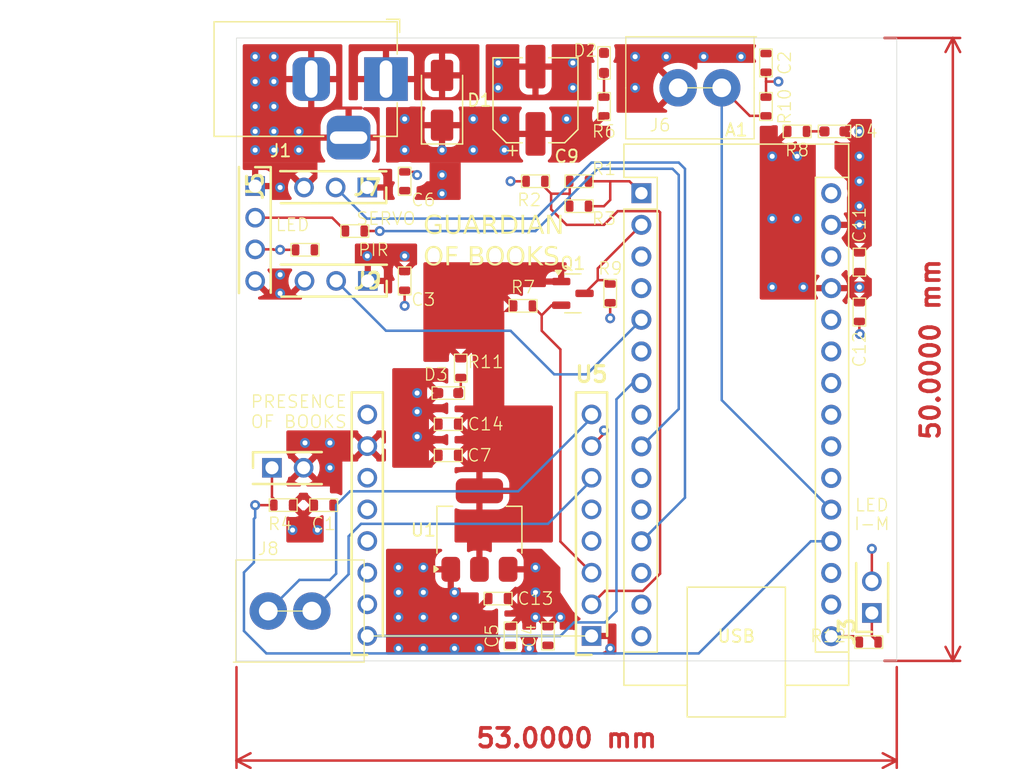
<source format=kicad_pcb>
(kicad_pcb (version 20240108) (generator "pcbnew") (generator_version "8.0")
  (layers (0 "F.Cu" signal) (1 "In1.Cu" power "PWR") (2 "In2.Cu" power "GND") (31 "B.Cu" signal) (34 "B.Paste" user) (35 "F.Paste" user) (36 "B.SilkS" user "B.Silkscreen") (37 "F.SilkS" user "F.Silkscreen") (38 "B.Mask" user) (39 "F.Mask" user) (44 "Edge.Cuts" user))
  (net 0 "")
  (net 1 "5V")
  (net 2 "GND")
  (net 3 "3.3V")
  (net 4 "Net-(D1-A)")
  (net 5 "PWM_5V")
  (net 6 "Net-(J8-Pin_2)")
  (net 7 "Net-(J8-Pin_1)")
  (net 8 "PIR")
  (net 9 "BUSY")
  (net 10 "RX")
  (net 11 "TX")
  (net 14 "RX_5V")
  (net 16 "D_IN_LED")
  (net 18 "Net-(A1-D1{slash}TX)")
  (net 33 "Presence of books")
  (net 34 "Net-(D2-A)")
  (net 35 "Net-(D4-A)")
  (net 36 "Net-(J5-Pad2)")
  (net 45 "Light")
  (net 46 "Net-(A1-D13)")
  (net 47 "Net-(D3-A)")
  (net 48 "Net-(J3-Pad1)")
  (footprint "moja_biblioteka:res_0603" (layer "F.Cu") (at 69.505 116.75 90)
    (property "Reference" "R11" (at 1.25 1.995 0) (layer "F.SilkS") (effects (font (thickness 0.1))))
    (property "Value" "470")
    (pad "1" smd roundrect (at 0 0 90) (size 0.6 0.9) (layers "F.Cu" "F.Paste" "F.Mask") (net 47 "Net-(D3-A)"))
    (pad "2" smd roundrect (at 1.5 0 90) (size 0.6 0.9) (layers "F.Cu" "F.Paste" "F.Mask") (net 3 "3.3V"))
  )
  (footprint "moja_biblioteka:cap_0603" (layer "F.Cu") (at 64.935 101.74 90)
    (property "Reference" "C6" (at -0.76 1.565 0) (layer "F.SilkS") (effects (font (thickness 0.1))))
    (property "Value" "100u")
    (pad "1" smd roundrect (at -0.01 0.07 90) (size 0.6 0.9) (layers "F.Cu" "F.Paste" "F.Mask") (net 1 "5V"))
    (pad "2" smd roundrect (at 1.49 0.07 90) (size 0.6 0.9) (layers "F.Cu" "F.Paste" "F.Mask") (net 2 "GND"))
  )
  (footprint "Package_TO_SOT_SMD:SOT-223-3_TabPin2" (layer "F.Cu") (at 71 129 90)
    (property "Reference" "U1" (at 0 -4.5 180) (layer "F.SilkS"))
    (property "Value" "TLV76133DCY")
    (pad "1" smd roundrect (at -3.15 -2.3 90) (size 2 1.5) (layers "F.Cu" "F.Paste" "F.Mask") (net 2 "GND"))
    (pad "2" smd roundrect (at -3.15 0 90) (size 2 1.5) (layers "F.Cu" "F.Paste" "F.Mask") (net 3 "3.3V"))
    (pad "2" smd roundrect (at 3.15 0 90) (size 2 3.8) (layers "F.Cu" "F.Paste" "F.Mask") (net 3 "3.3V"))
    (pad "3" smd roundrect (at -3.15 2.3 90) (size 2 1.5) (layers "F.Cu" "F.Paste" "F.Mask") (net 1 "5V"))
  )
  (footprint "moja_biblioteka:res_0603" (layer "F.Cu") (at 101.5 138)
    (property "Reference" "R12" (at -2.5 -0.5 0) (layer "F.SilkS") (effects (font (thickness 0.1))))
    (property "Value" "330")
    (pad "1" smd roundrect (at 0 0) (size 0.6 0.9) (layers "F.Cu" "F.Paste" "F.Mask") (net 46 "Net-(A1-D13)"))
    (pad "2" smd roundrect (at 1.5 0) (size 0.6 0.9) (layers "F.Cu" "F.Paste" "F.Mask") (net 48 "Net-(J3-Pad1)"))
  )
  (footprint "moja_biblioteka:pin_con_4_female" (layer "F.Cu") (at 53 101.3875 -90)
    (property "Reference" "J5" (at 0 0 90) (layer "F.SilkS") (effects (font (size 1.27 1.27) (thickness 0.254))))
    (property "Value" "LED" (hide yes))
    (pad "1" thru_hole rect (at 0 0 270) (size 1.575 1.575) (drill 1.05) (layers "*.Cu" "*.Mask") (net 2 "GND"))
    (pad "2" thru_hole circle (at 2.54 0 270) (size 1.575 1.575) (drill 1.05) (layers "*.Cu" "*.Mask") (net 36 "Net-(J5-Pad2)"))
    (pad "3" thru_hole circle (at 5.08 0 270) (size 1.575 1.575) (drill 1.05) (layers "*.Cu" "*.Mask") (net 1 "5V"))
    (pad "4" thru_hole circle (at 7.62 0 270) (size 1.575 1.575) (drill 1.05) (layers "*.Cu" "*.Mask") (net 2 "GND"))
  )
  (footprint "moja_biblioteka:LED_SMD" (layer "F.Cu") (at 81 90.7 -90)
    (property "Reference" "D2" (at -0.2 1.5 0) (layer "F.SilkS") (effects (font (thickness 0.1))))
    (property "Value" "5V")
    (pad "1" smd roundrect (at 0 0 270) (size 0.8 0.8) (layers "F.Cu" "F.Paste" "F.Mask") (net 2 "GND"))
    (pad "2" smd roundrect (at 1.6 0 270) (size 0.8 0.8) (layers "F.Cu" "F.Paste" "F.Mask") (net 34 "Net-(D2-A)"))
  )
  (footprint "moja_biblioteka:LED_SMD" (layer "F.Cu") (at 100.3 97 180)
    (property "Reference" "D4" (at -1.7 0 0) (layer "F.SilkS") (effects (font (thickness 0.1))))
    (property "Value" "5V_ARDUINO")
    (pad "1" smd roundrect (at 0 0 180) (size 0.8 0.8) (layers "F.Cu" "F.Paste" "F.Mask") (net 2 "GND"))
    (pad "2" smd roundrect (at 1.6 0 180) (size 0.8 0.8) (layers "F.Cu" "F.Paste" "F.Mask") (net 35 "Net-(D4-A)"))
  )
  (footprint "moja_biblioteka:res_0603" (layer "F.Cu") (at 78.25 101.005)
    (property "Reference" "R1" (at 2.75 -1.005 0) (layer "F.SilkS") (effects (font (thickness 0.1))))
    (property "Value" "1k")
    (pad "1" smd roundrect (at 0 0) (size 0.6 0.9) (layers "F.Cu" "F.Paste" "F.Mask") (net 11 "TX"))
    (pad "2" smd roundrect (at 1.5 0) (size 0.6 0.9) (layers "F.Cu" "F.Paste" "F.Mask") (net 18 "Net-(A1-D1{slash}TX)"))
  )
  (footprint "moja_biblioteka:cap_0603" (layer "F.Cu") (at 73.24 134.565 180)
    (property "Reference" "C13" (at -2.26 0.065 0) (layer "F.SilkS") (effects (font (thickness 0.1))))
    (property "Value" "2.2u")
    (pad "1" smd roundrect (at -0.01 0.07 180) (size 0.6 0.9) (layers "F.Cu" "F.Paste" "F.Mask") (net 1 "5V"))
    (pad "2" smd roundrect (at 1.49 0.07 180) (size 0.6 0.9) (layers "F.Cu" "F.Paste" "F.Mask") (net 2 "GND"))
  )
  (footprint "moja_biblioteka:DFPlayer mini MP3 PLAYER" (layer "F.Cu") (at 80 137.5 90)
    (property "Reference" "U5" (at 21 0 180) (layer "F.SilkS") (effects (font (size 1.27 1.27) (thickness 0.254))))
    (property "Value" "DFPlayer mini MP3 PLAYER" (hide yes))
    (pad "1" thru_hole rect (at 0 0 90) (size 1.575 1.575) (drill 1.05) (layers "*.Cu" "*.Mask") (net 1 "5V"))
    (pad "2" thru_hole circle (at 2.54 0 90) (size 1.575 1.575) (drill 1.05) (layers "*.Cu" "*.Mask") (net 11 "TX"))
    (pad "3" thru_hole circle (at 5.08 0 90) (size 1.575 1.575) (drill 1.05) (layers "*.Cu" "*.Mask") (net 10 "RX"))
    (pad "4" thru_hole circle (at 7.62 0 90) (size 1.575 1.575) (drill 1.05) (layers "*.Cu" "*.Mask"))
    (pad "5" thru_hole circle (at 10.16 0 90) (size 1.575 1.575) (drill 1.05) (layers "*.Cu" "*.Mask"))
    (pad "6" thru_hole circle (at 12.7 0 90) (size 1.575 1.575) (drill 1.05) (layers "*.Cu" "*.Mask") (net 6 "Net-(J8-Pin_2)"))
    (pad "7" thru_hole circle (at 15.24 0 90) (size 1.575 1.575) (drill 1.05) (layers "*.Cu" "*.Mask") (net 2 "GND"))
    (pad "8" thru_hole circle (at 17.78 0 90) (size 1.575 1.575) (drill 1.05) (layers "*.Cu" "*.Mask") (net 7 "Net-(J8-Pin_1)"))
    (pad "9" thru_hole circle (at 17.78 -18 90) (size 1.575 1.575) (drill 1.05) (layers "*.Cu" "*.Mask"))
    (pad "10" thru_hole circle (at 15.24 -18 90) (size 1.575 1.575) (drill 1.05) (layers "*.Cu" "*.Mask") (net 2 "GND"))
    (pad "11" thru_hole circle (at 12.7 -18 90) (size 1.575 1.575) (drill 1.05) (layers "*.Cu" "*.Mask"))
    (pad "12" thru_hole circle (at 10.16 -18 90) (size 1.575 1.575) (drill 1.05) (layers "*.Cu" "*.Mask"))
    (pad "13" thru_hole circle (at 7.62 -18 90) (size 1.575 1.575) (drill 1.05) (layers "*.Cu" "*.Mask"))
    (pad "14" thru_hole circle (at 5.08 -18 90) (size 1.575 1.575) (drill 1.05) (layers "*.Cu" "*.Mask"))
    (pad "15" thru_hole circle (at 2.54 -18 90) (size 1.575 1.575) (drill 1.05) (layers "*.Cu" "*.Mask"))
    (pad "16" thru_hole circle (at 0 -18 90) (size 1.575 1.575) (drill 1.05) (layers "*.Cu" "*.Mask") (net 9 "BUSY"))
  )
  (footprint "moja_biblioteka:cap_0603" (layer "F.Cu") (at 76.565 136.76 -90)
    (property "Reference" "C4" (at 0.74 1.565 90) (layer "F.SilkS") (effects (font (thickness 0.1))))
    (property "Value" "100u")
    (pad "1" smd roundrect (at -0.01 0.07 270) (size 0.6 0.9) (layers "F.Cu" "F.Paste" "F.Mask") (net 1 "5V"))
    (pad "2" smd roundrect (at 1.49 0.07 270) (size 0.6 0.9) (layers "F.Cu" "F.Paste" "F.Mask") (net 2 "GND"))
  )
  (footprint "moja_biblioteka:Arduino_Nano" (layer "F.Cu") (at 84 101.96)
    (property "Reference" "A1" (at 7.62 -5.08 0) (layer "F.SilkS"))
    (property "Value" "Arduino_Nano_v3.x")
    (fp_text user "USB" (at 7.62 35.56 0) (layer "F.SilkS"))
    (pad "1" thru_hole rect (at 0 0) (size 1.6 1.6) (drill 1) (layers "*.Cu" "*.Mask") (net 18 "Net-(A1-D1{slash}TX)"))
    (pad "2" thru_hole oval (at 0 2.54) (size 1.6 1.6) (drill 1) (layers "*.Cu" "*.Mask") (net 14 "RX_5V"))
    (pad "3" thru_hole oval (at 0 5.08) (size 1.6 1.6) (drill 1) (layers "*.Cu" "*.Mask"))
    (pad "4" thru_hole oval (at 0 7.62) (size 1.6 1.6) (drill 1) (layers "*.Cu" "*.Mask") (net 2 "GND"))
    (pad "5" thru_hole oval (at 0 10.16) (size 1.6 1.6) (drill 1) (layers "*.Cu" "*.Mask") (net 8 "PIR"))
    (pad "6" thru_hole oval (at 0 12.7) (size 1.6 1.6) (drill 1) (layers "*.Cu" "*.Mask"))
    (pad "7" thru_hole oval (at 0 15.24) (size 1.6 1.6) (drill 1) (layers "*.Cu" "*.Mask") (net 9 "BUSY"))
    (pad "8" thru_hole oval (at 0 17.78) (size 1.6 1.6) (drill 1) (layers "*.Cu" "*.Mask"))
    (pad "9" thru_hole oval (at 0 20.32) (size 1.6 1.6) (drill 1) (layers "*.Cu" "*.Mask") (net 16 "D_IN_LED"))
    (pad "10" thru_hole oval (at 0 22.86) (size 1.6 1.6) (drill 1) (layers "*.Cu" "*.Mask"))
    (pad "11" thru_hole oval (at 0 25.4) (size 1.6 1.6) (drill 1) (layers "*.Cu" "*.Mask"))
    (pad "12" thru_hole oval (at 0 27.94) (size 1.6 1.6) (drill 1) (layers "*.Cu" "*.Mask") (net 5 "PWM_5V"))
    (pad "13" thru_hole oval (at 0 30.48) (size 1.6 1.6) (drill 1) (layers "*.Cu" "*.Mask"))
    (pad "14" thru_hole oval (at 0 33.02) (size 1.6 1.6) (drill 1) (layers "*.Cu" "*.Mask"))
    (pad "15" thru_hole oval (at 0 35.56) (size 1.6 1.6) (drill 1) (layers "*.Cu" "*.Mask"))
    (pad "16" thru_hole oval (at 15.24 35.56) (size 1.6 1.6) (drill 1) (layers "*.Cu" "*.Mask") (net 46 "Net-(A1-D13)"))
    (pad "17" thru_hole oval (at 15.24 33.02) (size 1.6 1.6) (drill 1) (layers "*.Cu" "*.Mask"))
    (pad "18" thru_hole oval (at 15.24 30.48) (size 1.6 1.6) (drill 1) (layers "*.Cu" "*.Mask"))
    (pad "19" thru_hole oval (at 15.24 27.94) (size 1.6 1.6) (drill 1) (layers "*.Cu" "*.Mask") (net 33 "Presence of books"))
    (pad "20" thru_hole oval (at 15.24 25.4) (size 1.6 1.6) (drill 1) (layers "*.Cu" "*.Mask") (net 45 "Light"))
    (pad "21" thru_hole oval (at 15.24 22.86) (size 1.6 1.6) (drill 1) (layers "*.Cu" "*.Mask"))
    (pad "22" thru_hole oval (at 15.24 20.32) (size 1.6 1.6) (drill 1) (layers "*.Cu" "*.Mask"))
    (pad "23" thru_hole oval (at 15.24 17.78) (size 1.6 1.6) (drill 1) (layers "*.Cu" "*.Mask"))
    (pad "24" thru_hole oval (at 15.24 15.24) (size 1.6 1.6) (drill 1) (layers "*.Cu" "*.Mask"))
    (pad "25" thru_hole oval (at 15.24 12.7) (size 1.6 1.6) (drill 1) (layers "*.Cu" "*.Mask"))
    (pad "26" thru_hole oval (at 15.24 10.16) (size 1.6 1.6) (drill 1) (layers "*.Cu" "*.Mask"))
    (pad "27" thru_hole oval (at 15.24 7.62) (size 1.6 1.6) (drill 1) (layers "*.Cu" "*.Mask") (net 1 "5V"))
    (pad "28" thru_hole oval (at 15.24 5.08) (size 1.6 1.6) (drill 1) (layers "*.Cu" "*.Mask"))
    (pad "29" thru_hole oval (at 15.24 2.54) (size 1.6 1.6) (drill 1) (layers "*.Cu" "*.Mask") (net 2 "GND"))
    (pad "30" thru_hole oval (at 15.24 0) (size 1.6 1.6) (drill 1) (layers "*.Cu" "*.Mask"))
  )
  (footprint "moja_biblioteka:res_0603" (layer "F.Cu") (at 54.5 127)
    (property "Reference" "R4" (at 0.5 1.5 0) (layer "F.SilkS") (effects (font (thickness 0.1))))
    (property "Value" "10k")
    (pad "1" smd roundrect (at 0 0) (size 0.6 0.9) (layers "F.Cu" "F.Paste" "F.Mask") (net 33 "Presence of books"))
    (pad "2" smd roundrect (at 1.5 0) (size 0.6 0.9) (layers "F.Cu" "F.Paste" "F.Mask") (net 1 "5V"))
  )
  (footprint "Package_TO_SOT_SMD:SOT-23" (layer "F.Cu") (at 78.5 110)
    (property "Reference" "Q1" (at 0 -2.4 0) (layer "F.SilkS"))
    (property "Value" "BSS138")
    (pad "1" smd roundrect (at -0.9375 -0.95) (size 1.475 0.6) (layers "F.Cu" "F.Paste" "F.Mask") (net 3 "3.3V"))
    (pad "2" smd roundrect (at -0.9375 0.95) (size 1.475 0.6) (layers "F.Cu" "F.Paste" "F.Mask") (net 10 "RX"))
    (pad "3" smd roundrect (at 0.9375 0) (size 1.475 0.6) (layers "F.Cu" "F.Paste" "F.Mask") (net 14 "RX_5V"))
  )
  (footprint "moja_biblioteka:cap_0603" (layer "F.Cu") (at 101.435 108.24 90)
    (property "Reference" "C11" (at 3.74 0.065 90) (layer "F.SilkS") (effects (font (thickness 0.1))))
    (property "Value" "10u")
    (pad "1" smd roundrect (at -0.01 0.07 90) (size 0.6 0.9) (layers "F.Cu" "F.Paste" "F.Mask") (net 1 "5V"))
    (pad "2" smd roundrect (at 1.49 0.07 90) (size 0.6 0.9) (layers "F.Cu" "F.Paste" "F.Mask") (net 2 "GND"))
  )
  (footprint "moja_biblioteka:res_0603" (layer "F.Cu") (at 80.995 94.25 -90)
    (property "Reference" "R6" (at 2.75 -0.005 0) (layer "F.SilkS") (effects (font (thickness 0.1))))
    (property "Value" "330")
    (pad "1" smd roundrect (at 0 0 270) (size 0.6 0.9) (layers "F.Cu" "F.Paste" "F.Mask") (net 34 "Net-(D2-A)"))
    (pad "2" smd roundrect (at 1.5 0 270) (size 0.6 0.9) (layers "F.Cu" "F.Paste" "F.Mask") (net 1 "5V"))
  )
  (footprint "moja_biblioteka:pin_con_2_female" (layer "F.Cu") (at 102.5 135.6525 90)
    (property "Reference" "J3" (at -1.5 -2 90) (layer "F.SilkS") (effects (font (size 1.27 1.27) (thickness 0.254))))
    (property "Value" "LED_FIGURE" (hide yes))
    (pad "1" thru_hole rect (at 0 0 90) (size 1.575 1.575) (drill 1.05) (layers "*.Cu" "*.Mask") (net 48 "Net-(J3-Pad1)"))
    (pad "2" thru_hole circle (at 2.54 0 90) (size 1.575 1.575) (drill 1.05) (layers "*.Cu" "*.Mask") (net 2 "GND"))
  )
  (footprint "moja_biblioteka:cap_0603" (layer "F.Cu") (at 65.065 108.26 -90)
    (property "Reference" "C3" (at 2.24 -1.435 0) (layer "F.SilkS") (effects (font (thickness 0.1))))
    (property "Value" "100u")
    (pad "1" smd roundrect (at -0.01 0.07 270) (size 0.6 0.9) (layers "F.Cu" "F.Paste" "F.Mask") (net 1 "5V"))
    (pad "2" smd roundrect (at 1.49 0.07 270) (size 0.6 0.9) (layers "F.Cu" "F.Paste" "F.Mask") (net 2 "GND"))
  )
  (footprint "moja_biblioteka:pin_con_e_female" (layer "F.Cu") (at 62.04 109 180)
    (property "Reference" "J9" (at 0 0 0) (layer "F.SilkS") (effects (font (size 1.27 1.27) (thickness 0.254))))
    (property "Value" "PIR" (hide yes))
    (pad "1" thru_hole rect (at 0 0 180) (size 1.575 1.575) (drill 1.05) (layers "*.Cu" "*.Mask") (net 1 "5V"))
    (pad "2" thru_hole circle (at 2.54 0 180) (size 1.575 1.575) (drill 1.05) (layers "*.Cu" "*.Mask") (net 8 "PIR"))
    (pad "3" thru_hole circle (at 5.08 0 180) (size 1.575 1.575) (drill 1.05) (layers "*.Cu" "*.Mask") (net 2 "GND"))
  )
  (footprint "moja_biblioteka:cap_0603" (layer "F.Cu") (at 57.76 126.935)
    (property "Reference" "C1" (at 0.74 1.565 0) (layer "F.SilkS") (effects (font (thickness 0.1))))
    (property "Value" "100u")
    (pad "1" smd roundrect (at -0.01 0.07) (size 0.6 0.9) (layers "F.Cu" "F.Paste" "F.Mask") (net 1 "5V"))
    (pad "2" smd roundrect (at 1.49 0.07) (size 0.6 0.9) (layers "F.Cu" "F.Paste" "F.Mask") (net 2 "GND"))
  )
  (footprint "moja_biblioteka:screw_conector" (layer "F.Cu") (at 54.05 135.5)
    (property "Reference" "J8" (at 0 -5 0) (layer "F.SilkS") (effects (font (thickness 0.1))))
    (property "Value" "Speaker")
    (pad "1" thru_hole circle (at 0 0) (size 3 3) (drill 1.5) (layers "*.Cu" "*.Mask") (net 7 "Net-(J8-Pin_1)"))
    (pad "2" thru_hole circle (at 3.5 0) (size 3 3) (drill 1.5) (layers "*.Cu" "*.Mask") (net 6 "Net-(J8-Pin_2)"))
  )
  (footprint "moja_biblioteka:res_0603" (layer "F.Cu") (at 61.75 104.995 180)
    (property "Reference" "R5" (hide yes))
    (property "Value" "330")
    (pad "1" smd roundrect (at 0 0 180) (size 0.6 0.9) (layers "F.Cu" "F.Paste" "F.Mask") (net 16 "D_IN_LED"))
    (pad "2" smd roundrect (at 1.5 0 180) (size 0.6 0.9) (layers "F.Cu" "F.Paste" "F.Mask") (net 36 "Net-(J5-Pad2)"))
  )
  (footprint "Diode_SMD:D_SMA" (layer "F.Cu") (at 68 94.5 90)
    (property "Reference" "D1" (at 0 3 180) (layer "F.SilkS"))
    (property "Value" "SS34")
    (pad "1" smd roundrect (at -2 0 90) (size 2.5 1.8) (layers "F.Cu" "F.Paste" "F.Mask") (roundrect_rratio 0.1388888889) (net 1 "5V"))
    (pad "2" smd roundrect (at 2 0 90) (size 2.5 1.8) (layers "F.Cu" "F.Paste" "F.Mask") (roundrect_rratio 0.1388888889) (net 4 "Net-(D1-A)"))
  )
  (footprint "moja_biblioteka:cap_0603" (layer "F.Cu") (at 69.24 123.065 180)
    (property "Reference" "C7" (at -1.76 0.065 0) (layer "F.SilkS") (effects (font (thickness 0.1))))
    (property "Value" "100u")
    (pad "1" smd roundrect (at -0.01 0.07 180) (size 0.6 0.9) (layers "F.Cu" "F.Paste" "F.Mask") (net 3 "3.3V"))
    (pad "2" smd roundrect (at 1.49 0.07 180) (size 0.6 0.9) (layers "F.Cu" "F.Paste" "F.Mask") (net 2 "GND"))
  )
  (footprint "moja_biblioteka:cap_0603" (layer "F.Cu") (at 69.24 120.565 180)
    (property "Reference" "C14" (at -2.26 0.065 0) (layer "F.SilkS") (effects (font (thickness 0.1))))
    (property "Value" "10u")
    (pad "1" smd roundrect (at -0.01 0.07 180) (size 0.6 0.9) (layers "F.Cu" "F.Paste" "F.Mask") (net 3 "3.3V"))
    (pad "2" smd roundrect (at 1.49 0.07 180) (size 0.6 0.9) (layers "F.Cu" "F.Paste" "F.Mask") (net 2 "GND"))
  )
  (footprint "moja_biblioteka:pin_con_e_female" (layer "F.Cu") (at 62 101.5 180)
    (property "Reference" "J7" (at 0 0 0) (layer "F.SilkS") (effects (font (size 1.27 1.27) (thickness 0.254))))
    (property "Value" "SERVO" (hide yes))
    (pad "1" thru_hole rect (at 0 0 180) (size 1.575 1.575) (drill 1.05) (layers "*.Cu" "*.Mask") (net 1 "5V"))
    (pad "2" thru_hole circle (at 2.54 0 180) (size 1.575 1.575) (drill 1.05) (layers "*.Cu" "*.Mask") (net 5 "PWM_5V"))
    (pad "3" thru_hole circle (at 5.08 0 180) (size 1.575 1.575) (drill 1.05) (layers "*.Cu" "*.Mask") (net 2 "GND"))
  )
  (footprint "moja_biblioteka:cap_0603" (layer "F.Cu") (at 93.935 92.24 90)
    (property "Reference" "C2" (at 0.74 1.565 90) (layer "F.SilkS") (effects (font (thickness 0.1))))
    (property "Value" "100u")
    (pad "1" smd roundrect (at -0.01 0.07 90) (size 0.6 0.9) (layers "F.Cu" "F.Paste" "F.Mask") (net 1 "5V"))
    (pad "2" smd roundrect (at 1.49 0.07 90) (size 0.6 0.9) (layers "F.Cu" "F.Paste" "F.Mask") (net 2 "GND"))
  )
  (footprint "moja_biblioteka:LED_SMD" (layer "F.Cu") (at 67.7 118)
    (property "Reference" "D3" (at -0.2 -1.5 0) (layer "F.SilkS") (effects (font (thickness 0.1))))
    (property "Value" "3.3V")
    (pad "1" smd roundrect (at 0 0) (size 0.8 0.8) (layers "F.Cu" "F.Paste" "F.Mask") (net 2 "GND"))
    (pad "2" smd roundrect (at 1.6 0) (size 0.8 0.8) (layers "F.Cu" "F.Paste" "F.Mask") (net 47 "Net-(D3-A)"))
  )
  (footprint "moja_biblioteka:cap_0603" (layer "F.Cu") (at 101.565 110.76 -90)
    (property "Reference" "C12" (at 3.74 0.065 90) (layer "F.SilkS") (effects (font (thickness 0.1))))
    (property "Value" "100n")
    (pad "1" smd roundrect (at -0.01 0.07 270) (size 0.6 0.9) (layers "F.Cu" "F.Paste" "F.Mask") (net 1 "5V"))
    (pad "2" smd roundrect (at 1.49 0.07 270) (size 0.6 0.9) (layers "F.Cu" "F.Paste" "F.Mask") (net 2 "GND"))
  )
  (footprint "moja_biblioteka:res_0603" (layer "F.Cu") (at 97.25 96.995 180)
    (property "Reference" "R8" (at 0.75 -1.505 0) (layer "F.SilkS") (effects (font (thickness 0.1))))
    (property "Value" "330")
    (pad "1" smd roundrect (at 0 0 180) (size 0.6 0.9) (layers "F.Cu" "F.Paste" "F.Mask") (net 35 "Net-(D4-A)"))
    (pad "2" smd roundrect (at 1.5 0 180) (size 0.6 0.9) (layers "F.Cu" "F.Paste" "F.Mask") (net 1 "5V"))
  )
  (footprint "moja_biblioteka:res_0603" (layer "F.Cu") (at 81.495 109.25 -90)
    (property "Reference" "R9" (at -1.25 -0.005 0) (layer "F.SilkS") (effects (font (thickness 0.1))))
    (property "Value" "10k")
    (pad "1" smd roundrect (at 0 0 270) (size 0.6 0.9) (layers "F.Cu" "F.Paste" "F.Mask") (net 14 "RX_5V"))
    (pad "2" smd roundrect (at 1.5 0 270) (size 0.6 0.9) (layers "F.Cu" "F.Paste" "F.Mask") (net 1 "5V"))
  )
  (footprint "MountingHole:MountingHole_3.2mm_M3" (layer "F.Cu") (at 99 93)
    (property "Reference" "REF**" (hide yes))
    (property "Value" "MountingHole_3.2mm_M3")
    (pad "" np_thru_hole circle (at 0 0) (size 3.2 3.2) (drill 3.2) (layers "*.Cu" "*.Mask"))
  )
  (footprint "MountingHole:MountingHole_3.2mm_M3" (layer "F.Cu") (at 56 115.5)
    (property "Reference" "REF**" (hide yes))
    (property "Value" "MountingHole_3.2mm_M3")
    (pad "" np_thru_hole circle (at 0 0) (size 3.2 3.2) (drill 3.2) (layers "*.Cu" "*.Mask"))
  )
  (footprint "moja_biblioteka:cap_0603" (layer "F.Cu") (at 56.26 106.435)
    (property "Reference" "C10" (hide yes))
    (property "Value" "100u")
    (pad "1" smd roundrect (at -0.01 0.07) (size 0.6 0.9) (layers "F.Cu" "F.Paste" "F.Mask") (net 1 "5V"))
    (pad "2" smd roundrect (at 1.49 0.07) (size 0.6 0.9) (layers "F.Cu" "F.Paste" "F.Mask") (net 2 "GND"))
  )
  (footprint "moja_biblioteka:res_0603" (layer "F.Cu") (at 94.005 95.75 90)
    (property "Reference" "R10" (at 0.75 1.495 90) (layer "F.SilkS") (effects (font (thickness 0.1))))
    (property "Value" "10k")
    (pad "1" smd roundrect (at 0 0 90) (size 0.6 0.9) (layers "F.Cu" "F.Paste" "F.Mask") (net 45 "Light"))
    (pad "2" smd roundrect (at 1.5 0 90) (size 0.6 0.9) (layers "F.Cu" "F.Paste" "F.Mask") (net 1 "5V"))
  )
  (footprint "moja_biblioteka:res_0603" (layer "F.Cu") (at 74.75 101.005)
    (property "Reference" "R2" (at 0.25 1.495 0) (layer "F.SilkS") (effects (font (thickness 0.1))))
    (property "Value" "1k")
    (pad "1" smd roundrect (at 0 0) (size 0.6 0.9) (layers "F.Cu" "F.Paste" "F.Mask") (net 2 "GND"))
    (pad "2" smd roundrect (at 1.5 0) (size 0.6 0.9) (layers "F.Cu" "F.Paste" "F.Mask") (net 11 "TX"))
  )
  (footprint "moja_biblioteka:cap_0603" (layer "F.Cu") (at 73.565 136.76 -90)
    (property "Reference" "C5" (at 0.74 1.565 90) (layer "F.SilkS") (effects (font (thickness 0.1))))
    (property "Value" "10u")
    (pad "1" smd roundrect (at -0.01 0.07 270) (size 0.6 0.9) (layers "F.Cu" "F.Paste" "F.Mask") (net 1 "5V"))
    (pad "2" smd roundrect (at 1.49 0.07 270) (size 0.6 0.9) (layers "F.Cu" "F.Paste" "F.Mask") (net 2 "GND"))
  )
  (footprint "Connector_BarrelJack:BarrelJack_Horizontal" (layer "F.Cu") (at 63.5 92.8)
    (property "Reference" "J1" (at -8.45 5.75 0) (layer "F.SilkS"))
    (property "Value" "15V")
    (pad "1" thru_hole rect (at 0 0) (size 3.5 3.5) (drill oval 1 3) (layers "*.Cu" "*.Mask") (net 4 "Net-(D1-A)"))
    (pad "2" thru_hole roundrect (at -6 0) (size 3 3.5) (drill oval 1 3) (layers "*.Cu" "*.Mask") (net 2 "GND"))
    (pad "3" thru_hole roundrect (at -3 4.7) (size 3.5 3.5) (drill oval 3 1) (layers "*.Cu" "*.Mask") (net 2 "GND"))
  )
  (footprint "moja_biblioteka:res_0603" (layer "F.Cu") (at 73.75 111.005)
    (property "Reference" "R7" (at 0.75 -1.505 0) (layer "F.SilkS") (effects (font (thickness 0.1))))
    (property "Value" "10k")
    (pad "1" smd roundrect (at 0 0) (size 0.6 0.9) (layers "F.Cu" "F.Paste" "F.Mask") (net 3 "3.3V"))
    (pad "2" smd roundrect (at 1.5 0) (size 0.6 0.9) (layers "F.Cu" "F.Paste" "F.Mask") (net 10 "RX"))
  )
  (footprint "moja_biblioteka:res_0603" (layer "F.Cu") (at 78.25 103.005)
    (property "Reference" "R3" (at 2.75 0.995 0) (layer "F.SilkS") (effects (font (thickness 0.1))))
    (property "Value" "1k")
    (pad "1" smd roundrect (at 0 0) (size 0.6 0.9) (layers "F.Cu" "F.Paste" "F.Mask") (net 11 "TX"))
    (pad "2" smd roundrect (at 1.5 0) (size 0.6 0.9) (layers "F.Cu" "F.Paste" "F.Mask") (net 18 "Net-(A1-D1{slash}TX)"))
  )
  (footprint "moja_biblioteka:pin_con_2_female" (layer "F.Cu") (at 54.3475 124)
    (property "Reference" "J2" (hide yes))
    (property "Value" "Presence of books" (hide yes))
    (pad "1" thru_hole rect (at 0 0) (size 1.575 1.575) (drill 1.05) (layers "*.Cu" "*.Mask") (net 33 "Presence of books"))
    (pad "2" thru_hole circle (at 2.54 0) (size 1.575 1.575) (drill 1.05) (layers "*.Cu" "*.Mask") (net 2 "GND"))
  )
  (footprint "Capacitor_SMD:CP_Elec_6.3x7.7" (layer "F.Cu") (at 75.5 94.5 90)
    (property "Reference" "C9" (at -4.5 2.5 0) (layer "F.SilkS"))
    (property "Value" "100uF")
    (pad "1" smd roundrect (at -2.7 0 90) (size 3.5 1.6) (layers "F.Cu" "F.Paste" "F.Mask") (roundrect_rratio 0.15625) (net 1 "5V"))
    (pad "2" smd roundrect (at 2.7 0 90) (size 3.5 1.6) (layers "F.Cu" "F.Paste" "F.Mask") (roundrect_rratio 0.15625) (net 2 "GND"))
  )
  (footprint "moja_biblioteka:screw_conector" (layer "F.Cu") (at 90.45 93.5 180)
    (property "Reference" "J6" (at 4.95 -3 0) (layer "F.SilkS") (effects (font (thickness 0.1))))
    (property "Value" "Photoresistor")
    (pad "1" thru_hole circle (at 0 0 180) (size 3 3) (drill 1.5) (layers "*.Cu" "*.Mask") (net 45 "Light"))
    (pad "2" thru_hole circle (at 3.5 0 180) (size 3 3) (drill 1.5) (layers "*.Cu" "*.Mask") (net 2 "GND"))
  )
  (gr_rect (start 51.5 89.5) (end 104.5 139.5) (stroke (width 0.05)) (fill none) (layer "Edge.Cuts"))
  (gr_text "SERVO" (at 63.5 104 0) (layer "F.SilkS") (effects (font (size 1 1) (thickness 0.1))))
  (gr_text "I-M" (at 102.5 128.5 0) (layer "F.SilkS") (effects (font (size 1 1) (thickness 0.1))))
  (gr_text "PIR" (at 62.5 106.5 0) (layer "F.SilkS") (effects (font (size 1 1) (thickness 0.1))))
  (gr_text "LED" (at 102.5 127 0) (layer "F.SilkS") (effects (font (size 1 1) (thickness 0.1))))
  (gr_text "LED" (at 56 104.5 0) (layer "F.SilkS") (effects (font (size 1 1) (thickness 0.1))))
  (gr_text "PRESENCE\nOF BOOKS" (at 56.5 119.5 0) (layer "F.SilkS") (effects (font (size 1 1) (thickness 0.1))))
  (gr_text "GUARDIAN\nOF BOOKS" (at 66.5 108 0) (layer "F.SilkS") (effects (font (size 1.5 1.5)) (justify left bottom)))
  (dimension (type aligned) (layer "F.Cu") (pts (xy 103 89.5) (xy 103 139.5)) (height -6) (gr_text "50.0000 mm" (at 107.2 114.5 90) (layer "F.Cu") (effects (font (size 1.5 1.5) (thickness 0.3)))) (format (prefix "") (suffix "") (units 3) (units_format 1) (precision 4)) (style (thickness 0.2) (arrow_length 1.27) (text_position_mode 0) (extension_height 0.58642) (extension_offset 0.5) keep_text_aligned))
  (dimension (type aligned) (layer "F.Cu") (pts (xy 104.5 139.5) (xy 51.5 139.5)) (height -8) (gr_text "53.0000 mm" (at 78 145.7 0) (layer "F.Cu") (effects (font (size 1.5 1.5) (thickness 0.3)))) (format (prefix "") (suffix "") (units 3) (units_format 1) (precision 4)) (style (thickness 0.2) (arrow_length 1.27) (text_position_mode 0) (extension_height 0.58642) (extension_offset 0.5) keep_text_aligned))
  (segment (start 55.005 106.505) (end 55 106.5) (width 0.2) (layer "F.Cu") (net 1))
  (segment (start 94.005 93) (end 94.005 94.25) (width 0.2) (layer "F.Cu") (net 1))
  (segment (start 81.495 112) (end 81.495 110.75) (width 0.2) (layer "F.Cu") (net 1))
  (segment (start 54.4675 106.4675) (end 53 106.4675) (width 0.2) (layer "F.Cu") (net 1))
  (segment (start 95 93) (end 94.005 93) (width 0.2) (layer "F.Cu") (net 1))
  (segment (start 56.25 106.505) (end 55.005 106.505) (width 0.2) (layer "F.Cu") (net 1))
  (segment (start 56.01 127.01) (end 56 127) (width 0.2) (layer "F.Cu") (net 1))
  (segment (start 54.5 106.5) (end 54.4675 106.4675) (width 0.2) (layer "F.Cu") (net 1))
  (segment (start 55 106.5) (end 54.5 106.5) (width 0.2) (layer "F.Cu") (net 1))
  (segment (start 94.005 93) (end 94.005 92.25) (width 0.2) (layer "F.Cu") (net 1))
  (via (at 81.5 138.5) (size 0.8) (drill 0.4) (layers "F.Cu" "B.Cu") (net 1))
  (via (at 70.5 96) (size 0.8) (drill 0.4) (layers "F.Cu" "B.Cu") (net 1))
  (via (at 68 102) (size 0.8) (drill 0.4) (layers "F.Cu" "B.Cu") (net 1))
  (via (at 73 96) (size 0.8) (drill 0.4) (layers "F.Cu" "B.Cu") (net 1))
  (via (at 95 93) (size 0.8) (drill 0.4) (layers "F.Cu" "B.Cu") (net 1))
  (via (at 58 129) (size 0.8) (drill 0.4) (layers "F.Cu" "B.Cu") (net 1))
  (via (at 65 96) (size 0.8) (drill 0.4) (layers "F.Cu" "B.Cu") (net 1))
  (via (at 73 98.5) (size 0.8) (drill 0.4) (layers "F.Cu" "B.Cu") (net 1))
  (via (at 97 109.5) (size 0.8) (drill 0.4) (layers "F.Cu" "B.Cu") (net 1))
  (via (at 56 129) (size 0.8) (drill 0.4) (layers "F.Cu" "B.Cu") (net 1))
  (via (at 94.5 109.5) (size 0.8) (drill 0.4) (layers "F.Cu" "B.Cu") (net 1))
  (via (at 68 98.5) (size 0.8) (drill 0.4) (layers "F.Cu" "B.Cu") (net 1))
  (via (at 55 106.5) (size 0.8) (drill 0.4) (layers "F.Cu" "B.Cu") (net 1))
  (via (at 96.5 104) (size 0.8) (drill 0.4) (layers "F.Cu" "B.Cu") (net 1))
  (via (at 65 98.5) (size 0.8) (drill 0.4) (layers "F.Cu" "B.Cu") (net 1))
  (via (at 96.5 99) (size 0.8) (drill 0.4) (layers "F.Cu" "B.Cu") (net 1))
  (via (at 75.5 134) (size 0.8) (drill 0.4) (layers "F.Cu" "B.Cu") (net 1))
  (via (at 75.5 136) (size 0.8) (drill 0.4) (layers "F.Cu" "B.Cu") (net 1))
  (via (at 78 96) (size 0.8) (drill 0.4) (layers "F.Cu" "B.Cu") (net 1))
  (via (at 65 107) (size 0.8) (drill 0.4) (layers "F.Cu" "B.Cu") (net 1))
  (via (at 77.5 136) (size 0.8) (drill 0.4) (layers "F.Cu" "B.Cu") (net 1))
  (via (at 81.495 112) (size 0.8) (drill 0.4) (layers "F.Cu" "B.Cu") (net 1))
  (via (at 94.5 104) (size 0.8) (drill 0.4) (layers "F.Cu" "B.Cu") (net 1))
  (via (at 70.5 98.5) (size 0.8) (drill 0.4) (layers "F.Cu" "B.Cu") (net 1))
  (via (at 62 107) (size 0.8) (drill 0.4) (layers "F.Cu" "B.Cu") (net 1))
  (via (at 75.5 132) (size 0.8) (drill 0.4) (layers "F.Cu" "B.Cu") (net 1))
  (via (at 68 100.5) (size 0.8) (drill 0.4) (layers "F.Cu" "B.Cu") (net 1))
  (via (at 94.5 99) (size 0.8) (drill 0.4) (layers "F.Cu" "B.Cu") (net 1))
  (via (at 101.5 109.5) (size 0.8) (drill 0.4) (layers "F.Cu" "B.Cu") (net 1))
  (segment (start 54.9675 106.4675) (end 55 106.5) (width 0.2) (layer "B.Cu") (net 1))
  (segment (start 65.005 100.25) (end 65.75 100.25) (width 0.2) (layer "F.Cu") (net 2))
  (segment (start 81 121) (end 81 121.26) (width 0.2) (layer "F.Cu") (net 2))
  (segment (start 81 121.26) (end 80 122.26) (width 0.2) (layer "F.Cu") (net 2))
  (segment (start 101.495 113.221951) (end 101.538386 113.265337) (width 0.2) (layer "F.Cu") (net 2))
  (segment (start 64.995 109.75) (end 64.995 110.995) (width 0.2) (layer "F.Cu") (net 2))
  (segment (start 73.505 101.005) (end 73.5 101) (width 0.2) (layer "F.Cu") (net 2))
  (segment (start 74.75 101.005) (end 73.505 101.005) (width 0.2) (layer "F.Cu") (net 2))
  (segment (start 64.995 110.995) (end 65 111) (width 0.2) (layer "F.Cu") (net 2))
  (segment (start 65.75 100.25) (end 66 100.5) (width 0.2) (layer "F.Cu") (net 2))
  (segment (start 101.495 112.25) (end 101.495 113.221951) (width 0.2) (layer "F.Cu") (net 2))
  (segment (start 102.5 130.5) (end 102.5 133.1125) (width 0.2) (layer "F.Cu") (net 2))
  (via (at 64.5 132) (size 0.8) (drill 0.4) (layers "F.Cu" "B.Cu") (net 2))
  (via (at 72.5 91.5) (size 0.8) (drill 0.4) (layers "F.Cu" "B.Cu") (net 2))
  (via (at 69 138.5) (size 0.8) (drill 0.4) (layers "F.Cu" "B.Cu") (net 2))
  (via (at 55 108.5) (size 0.8) (drill 0.4) (layers "F.Cu" "B.Cu") (net 2))
  (via (at 83.5 93.5) (size 0.8) (drill 0.4) (layers "F.Cu" "B.Cu") (net 2))
  (via (at 55 110) (size 0.8) (drill 0.4) (layers "F.Cu" "B.Cu") (net 2))
  (via (at 101.538386 113.265337) (size 0.8) (drill 0.4) (layers "F.Cu" "B.Cu") (net 2))
  (via (at 56.5 97) (size 0.8) (drill 0.4) (layers "F.Cu" "B.Cu") (net 2))
  (via (at 101.5 97) (size 0.8) (drill 0.4) (layers "F.Cu" "B.Cu") (net 2))
  (via (at 64.5 136) (size 0.8) (drill 0.4) (layers "F.Cu" "B.Cu") (net 2))
  (via (at 71 138.5) (size 0.8) (drill 0.4) (layers "F.Cu" "B.Cu") (net 2))
  (via (at 78.5 93.5) (size 0.8) (drill 0.4) (layers "F.Cu" "B.Cu") (net 2))
  (via (at 53 95) (size 0.8) (drill 0.4) (layers "F.Cu" "B.Cu") (net 2))
  (via (at 73.5 101) (size 0.8) (drill 0.4) (layers "F.Cu" "B.Cu") (net 2))
  (via (at 54.5 91) (size 0.8) (drill 0.4) (layers "F.Cu" "B.Cu") (net 2))
  (via (at 53 93) (size 0.8) (drill 0.4) (layers "F.Cu" "B.Cu") (net 2))
  (via (at 81 121) (size 0.8) (drill 0.4) (layers "F.Cu" "B.Cu") (net 2))
  (via (at 54.5 98.5) (size 0.8) (drill 0.4) (layers "F.Cu" "B.Cu") (net 2))
  (via (at 101.5 104.5) (size 0.8) (drill 0.4) (layers "F.Cu" "B.Cu") (net 2))
  (via (at 72.5 93.5) (size 0.8) (drill 0.4) (layers "F.Cu" "B.Cu") (net 2))
  (via (at 92 91) (size 0.8) (drill 0.4) (layers "F.Cu" "B.Cu") (net 2))
  (via (at 56.5 98.5) (size 0.8) (drill 0.4) (layers "F.Cu" "B.Cu") (net 2))
  (via (at 89 91) (size 0.8) (drill 0.4) (layers "F.Cu" "B.Cu") (net 2))
  (via (at 86 91) (size 0.8) (drill 0.4) (layers "F.Cu" "B.Cu") (net 2))
  (via (at 66 121.5) (size 0.8) (drill 0.4) (layers "F.Cu" "B.Cu") (net 2))
  (via (at 64.5 134) (size 0.8) (drill 0.4) (layers "F.Cu" "B.Cu") (net 2))
  (via (at 101.5 99) (size 0.8) (drill 0.4) (layers "F.Cu" "B.Cu") (net 2))
  (via (at 66.5 138.5) (size 0.8) (drill 0.4) (layers "F.Cu" "B.Cu") (net 2))
  (via (at 66 119.5) (size 0.8) (drill 0.4) (layers "F.Cu" "B.Cu") (net 2))
  (via (at 66 100.5) (size 0.8) (drill 0.4) (layers "F.Cu" "B.Cu") (net 2))
  (via (at 75 138.5) (size 0.8) (drill 0.4) (layers "F.Cu" "B.Cu") (net 2))
  (via (at 102.5 130.5) (size 0.8) (drill 0.4) (layers "F.Cu" "B.Cu") (net 2))
  (via (at 65 111) (size 0.8) (drill 0.4) (layers "F.Cu" "B.Cu") (net 2))
  (via (at 53 98.5) (size 0.8) (drill 0.4) (layers "F.Cu" "B.Cu") (net 2))
  (via (at 83.5 91) (size 0.8) (drill 0.4) (layers "F.Cu" "B.Cu") (net 2))
  (via (at 55 101.5) (size 0.8) (drill 0.4) (layers "F.Cu" "B.Cu") (net 2))
  (via (at 54.5 93) (size 0.8) (drill 0.4) (layers "F.Cu" "B.Cu") (net 2))
  (via (at 54.5 95) (size 0.8) (drill 0.4) (layers "F.Cu" "B.Cu") (net 2))
  (via (at 66.5 132) (size 0.8) (drill 0.4) (layers "F.Cu" "B.Cu") (net 2))
  (via (at 69 136) (size 0.8) (drill 0.4) (layers "F.Cu" "B.Cu") (net 2))
  (via (at 59 122) (size 0.8) (drill 0.4) (layers "F.Cu" "B.Cu") (net 2))
  (via (at 78.5 91.5) (size 0.8) (drill 0.4) (layers "F.Cu" "B.Cu") (net 2))
  (via (at 66.5 134) (size 0.8) (drill 0.4) (layers "F.Cu" "B.Cu") (net 2))
  (via (at 53 91) (size 0.8) (drill 0.4) (layers "F.Cu" "B.Cu") (net 2))
  (via (at 59 124) (size 0.8) (drill 0.4) (layers "F.Cu" "B.Cu") (net 2))
  (via (at 64.5 138.5) (size 0.8) (drill 0.4) (layers "F.Cu" "B.Cu") (net 2))
  (via (at 101.5 101) (size 0.8) (drill 0.4) (layers "F.Cu" "B.Cu") (net 2))
  (via (at 69 134) (size 0.8) (drill 0.4) (layers "F.Cu" "B.Cu") (net 2))
  (via (at 53 97) (size 0.8) (drill 0.4) (layers "F.Cu" "B.Cu") (net 2))
  (via (at 54.5 97) (size 0.8) (drill 0.4) (layers "F.Cu" "B.Cu") (net 2))
  (via (at 66 118) (size 0.8) (drill 0.4) (layers "F.Cu" "B.Cu") (net 2))
  (via (at 57 122) (size 0.8) (drill 0.4) (layers "F.Cu" "B.Cu") (net 2))
  (via (at 101.5 103) (size 0.8) (drill 0.4) (layers "F.Cu" "B.Cu") (net 2))
  (via (at 66.5 136) (size 0.8) (drill 0.4) (layers "F.Cu" "B.Cu") (net 2))
  (segment (start 87 99.5) (end 87.5 100) (width 0.2) (layer "B.Cu") (net 5))
  (segment (start 87.5 126.4) (end 84 129.9) (width 0.2) (layer "B.Cu") (net 5))
  (segment (start 75.5 104) (end 80 99.5) (width 0.2) (layer "B.Cu") (net 5))
  (segment (start 61.96 104) (end 75.5 104) (width 0.2) (layer "B.Cu") (net 5))
  (segment (start 80 99.5) (end 87 99.5) (width 0.2) (layer "B.Cu") (net 5))
  (segment (start 87.5 100) (end 87.5 126.4) (width 0.2) (layer "B.Cu") (net 5))
  (segment (start 59.46 101.5) (end 61.96 104) (width 0.2) (layer "B.Cu") (net 5))
  (segment (start 60.5 132.55) (end 60.5 129.5) (width 0.2) (layer "B.Cu") (net 6))
  (segment (start 57.55 135.5) (end 60.5 132.55) (width 0.2) (layer "B.Cu") (net 6))
  (segment (start 60.5 129.5) (end 61.5 128.5) (width 0.2) (layer "B.Cu") (net 6))
  (segment (start 61.5 128.5) (end 76.5 128.5) (width 0.2) (layer "B.Cu") (net 6))
  (segment (start 76.5 128.5) (end 80 125) (width 0.2) (layer "B.Cu") (net 6))
  (segment (start 80 125) (end 80 124.8) (width 0.2) (layer "B.Cu") (net 6))
  (segment (start 59.5 127) (end 60.6125 125.8875) (width 0.2) (layer "B.Cu") (net 7))
  (segment (start 54.05 135.5) (end 56.55 133) (width 0.2) (layer "B.Cu") (net 7))
  (segment (start 59 133) (end 59.5 132.5) (width 0.2) (layer "B.Cu") (net 7))
  (segment (start 80 120) (end 80 119.72) (width 0.2) (layer "B.Cu") (net 7))
  (segment (start 60.6125 125.8875) (end 74.1125 125.8875) (width 0.2) (layer "B.Cu") (net 7))
  (segment (start 59.5 132.5) (end 59.5 127) (width 0.2) (layer "B.Cu") (net 7))
  (segment (start 74.1125 125.8875) (end 80 120) (width 0.2) (layer "B.Cu") (net 7))
  (segment (start 56.55 133) (end 59 133) (width 0.2) (layer "B.Cu") (net 7))
  (segment (start 77 116.5) (end 79.62 116.5) (width 0.2) (layer "B.Cu") (net 8))
  (segment (start 79.62 116.5) (end 84 112.12) (width 0.2) (layer "B.Cu") (net 8))
  (segment (start 63.5 113) (end 73.5 113) (width 0.2) (layer "B.Cu") (net 8))
  (segment (start 59.5 109) (end 63.5 113) (width 0.2) (layer "B.Cu") (net 8))
  (segment (start 73.5 113) (end 77 116.5) (width 0.2) (layer "B.Cu") (net 8))
  (segment (start 62 137.5) (end 77.5 137.5) (width 0.2) (layer "B.Cu") (net 9))
  (segment (start 78.5875 136.4125) (end 81.0875 136.4125) (width 0.2) (layer "B.Cu") (net 9))
  (segment (start 82 118.5) (end 83.3 117.2) (width 0.2) (layer "B.Cu") (net 9))
  (segment (start 82 135.5) (end 82 118.5) (width 0.2) (layer "B.Cu") (net 9))
  (segment (start 77.5 137.5) (end 78.5875 136.4125) (width 0.2) (layer "B.Cu") (net 9))
  (segment (start 81.0875 136.4125) (end 82 135.5) (width 0.2) (layer "B.Cu") (net 9))
  (segment (start 83.3 117.2) (end 84 117.2) (width 0.2) (layer "B.Cu") (net 9))
  (segment (start 80 132.42) (end 77.5 129.92) (width 0.2) (layer "F.Cu") (net 10))
  (segment (start 76 111.755) (end 76.805 110.95) (width 0.2) (layer "F.Cu") (net 10))
  (segment (start 76 112) (end 76 111.755) (width 0.2) (layer "F.Cu") (net 10))
  (segment (start 76 111.755) (end 75.25 111.005) (width 0.2) (layer "F.Cu") (net 10))
  (segment (start 76 113) (end 76 112) (width 0.2) (layer "F.Cu") (net 10))
  (segment (start 77.5 129.92) (end 77.5 114.5) (width 0.2) (layer "F.Cu") (net 10))
  (segment (start 76.805 110.95) (end 77.5625 110.95) (width 0.2) (layer "F.Cu") (net 10))
  (segment (start 77.5 114.5) (end 76 113) (width 0.2) (layer "F.Cu") (net 10))
  (segment (start 81.08 133.88) (end 80 134.96) (width 0.2) (layer "F.Cu") (net 11))
  (segment (start 78 104.5) (end 81 104.5) (width 0.2) (layer "F.Cu") (net 11))
  (segment (start 76.755 102) (end 78.25 102) (width 0.2) (layer "F.Cu") (net 11))
  (segment (start 76.755 102) (end 76.755 103.255) (width 0.2) (layer "F.Cu") (net 11))
  (segment (start 76.755 102) (end 76.25 101.495) (width 0.2) (layer "F.Cu") (net 11))
  (segment (start 81 104.5) (end 82.1 103.4) (width 0.2) (layer "F.Cu") (net 11))
  (segment (start 78.25 101.005) (end 78.25 102) (width 0.2) (layer "F.Cu") (net 11))
  (segment (start 85.5 103.5) (end 85.5 132.5) (width 0.2) (layer "F.Cu") (net 11))
  (segment (start 76.25 101.495) (end 76.25 101.005) (width 0.2) (layer "F.Cu") (net 11))
  (segment (start 84.12 133.88) (end 81.08 133.88) (width 0.2) (layer "F.Cu") (net 11))
  (segment (start 85.5 132.5) (end 84.12 133.88) (width 0.2) (layer "F.Cu") (net 11))
  (segment (start 78.25 102) (end 78.25 103.005) (width 0.2) (layer "F.Cu") (net 11))
  (segment (start 85.4 103.4) (end 85.5 103.5) (width 0.2) (layer "F.Cu") (net 11))
  (segment (start 76.755 103.255) (end 78 104.5) (width 0.2) (layer "F.Cu") (net 11))
  (segment (start 82.1 103.4) (end 85.4 103.4) (width 0.2) (layer "F.Cu") (net 11))
  (segment (start 84 104.5) (end 80.5 108) (width 0.2) (layer "F.Cu") (net 14))
  (segment (start 80.5 108) (end 80.5 108.9375) (width 0.2) (layer "F.Cu") (net 14))
  (segment (start 81.495 109.25) (end 81.1825 108.9375) (width 0.2) (layer "F.Cu") (net 14))
  (segment (start 80.5 108.9375) (end 79.4375 110) (width 0.2) (layer "F.Cu") (net 14))
  (segment (start 81.1825 108.9375) (end 80.5 108.9375) (width 0.2) (layer "F.Cu") (net 14))
  (segment (start 62.995 104.995) (end 63 105) (width 0.2) (layer "F.Cu") (net 16))
  (segment (start 61.75 104.995) (end 62.995 104.995) (width 0.2) (layer "F.Cu") (net 16))
  (via (at 63 105) (size 0.8) (drill 0.4) (layers "F.Cu" "B.Cu") (net 16))
  (segment (start 63 105) (end 75.5 105) (width 0.2) (layer "B.Cu") (net 16))
  (segment (start 87 100.5) (end 87 119.28) (width 0.2) (layer "B.Cu") (net 16))
  (segment (start 86.5 100) (end 87 100.5) (width 0.2) (layer "B.Cu") (net 16))
  (segment (start 80.5 100) (end 86.5 100) (width 0.2) (layer "B.Cu") (net 16))
  (segment (start 87 119.28) (end 84 122.28) (width 0.2) (layer "B.Cu") (net 16))
  (segment (start 75.5 105) (end 80.5 100) (width 0.2) (layer "B.Cu") (net 16))
  (segment (start 81.5 101) (end 79.755 101) (width 0.2) (layer "F.Cu") (net 18))
  (segment (start 81.5 102.5) (end 81.5 101) (width 0.2) (layer "F.Cu") (net 18))
  (segment (start 84 101.96) (end 83.04 101) (width 0.2) (layer "F.Cu") (net 18))
  (segment (start 79.755 101) (end 79.75 101.005) (width 0.2) (layer "F.Cu") (net 18))
  (segment (start 83.04 101) (end 81.5 101) (width 0.2) (layer "F.Cu") (net 18))
  (segment (start 80.995 103.005) (end 81.5 102.5) (width 0.2) (layer "F.Cu") (net 18))
  (segment (start 79.75 103.005) (end 80.995 103.005) (width 0.2) (layer "F.Cu") (net 18))
  (segment (start 54.3475 126.3475) (end 54.3475 124) (width 0.2) (layer "F.Cu") (net 33))
  (segment (start 54.5 127) (end 54.5 126.5) (width 0.2) (layer "F.Cu") (net 33))
  (segment (start 54.5 127) (end 53 127) (width 0.2) (layer "F.Cu") (net 33))
  (segment (start 54.5 126.5) (end 54.3475 126.3475) (width 0.2) (layer "F.Cu") (net 33))
  (segment (start 54.5 124.1525) (end 54.3475 124) (width 0.2) (layer "F.Cu") (net 33))
  (via (at 53 127) (size 0.8) (drill 0.4) (layers "F.Cu" "B.Cu") (net 33))
  (segment (start 53.9 138.9) (end 52.1 137.1) (width 0.2) (layer "B.Cu") (net 33))
  (segment (start 52.1 132.4) (end 52.897158 131.602842) (width 0.2) (layer "B.Cu") (net 33))
  (segment (start 97.6 129.9) (end 88.6 138.9) (width 0.2) (layer "B.Cu") (net 33))
  (segment (start 52.897158 128.102842) (end 53 128) (width 0.2) (layer "B.Cu") (net 33))
  (segment (start 53 128) (end 53 127) (width 0.2) (layer "B.Cu") (net 33))
  (segment (start 88.6 138.9) (end 53.9 138.9) (width 0.2) (layer "B.Cu") (net 33))
  (segment (start 52.1 137.1) (end 52.1 132.4) (width 0.2) (layer "B.Cu") (net 33))
  (segment (start 99.24 129.9) (end 97.6 129.9) (width 0.2) (layer "B.Cu") (net 33))
  (segment (start 52.897158 131.602842) (end 52.897158 128.102842) (width 0.2) (layer "B.Cu") (net 33))
  (segment (start 81 92.3) (end 81 94.245) (width 0.2) (layer "F.Cu") (net 34))
  (segment (start 81 94.245) (end 80.995 94.25) (width 0.2) (layer "F.Cu") (net 34))
  (segment (start 97.25 96.995) (end 98.695 96.995) (width 0.2) (layer "F.Cu") (net 35))
  (segment (start 98.695 96.995) (end 98.7 97) (width 0.2) (layer "F.Cu") (net 35))
  (segment (start 60.25 104.995) (end 59.1825 103.9275) (width 0.2) (layer "F.Cu") (net 36))
  (segment (start 59.1825 103.9275) (end 53 103.9275) (width 0.2) (layer "F.Cu") (net 36))
  (segment (start 94.005 95.75) (end 92.7 95.75) (width 0.2) (layer "F.Cu") (net 45))
  (segment (start 92.7 95.75) (end 90.45 93.5) (width 0.2) (layer "F.Cu") (net 45))
  (segment (start 99.24 127.36) (end 90.45 118.57) (width 0.2) (layer "B.Cu") (net 45))
  (segment (start 90.45 118.57) (end 90.45 93.5) (width 0.2) (layer "B.Cu") (net 45))
  (segment (start 101.5 138) (end 101.02 137.52) (width 0.2) (layer "F.Cu") (net 46))
  (segment (start 101.02 137.52) (end 99.24 137.52) (width 0.2) (layer "F.Cu") (net 46))
  (segment (start 69.505 117.795) (end 69.3 118) (width 0.2) (layer "F.Cu") (net 47))
  (segment (start 69.505 116.75) (end 69.505 117.795) (width 0.2) (layer "F.Cu") (net 47))
  (segment (start 102.5 137.5) (end 103 138) (width 0.2) (layer "F.Cu") (net 48))
  (segment (start 102.5 135.6525) (end 102.5 137.5) (width 0.2) (layer "F.Cu") (net 48))
  (zone (net 2) (net_name "GND") (layer "F.Cu") (priority 7) (connect_pads (clearance 0.5)) (min_thickness 0.25) (fill yes (thermal_gap 0.5) (thermal_bridge_width 0.5))
    (polygon (pts (xy 71.5 90) (xy 81.5 90) (xy 81.5 91.5) (xy 80 91.5) (xy 80 94.5) (xy 71.5 94.5)))
  )
  (zone (net 1) (net_name "5V") (layer "F.Cu") (priority 9) (connect_pads (clearance 0.5)) (min_thickness 0.25) (fill yes (thermal_gap 0.5) (thermal_bridge_width 0.5))
    (polygon (pts (xy 82 139) (xy 78.5 139) (xy 78.5 137) (xy 73 137) (xy 73 133.5) (xy 72.5 133.5) (xy 72.5 130.5) (xy 76 130.5) (xy 77.5 132) (xy 77.5 134) (xy 78.5 135.5) (xy 79 136) (xy 81 136.5) (xy 82 136.5)))
  )
  (zone (net 2) (net_name "GND") (layer "F.Cu") (priority 15) (connect_pads (clearance 0.5)) (min_thickness 0.25) (fill yes (thermal_gap 0.5) (thermal_bridge_width 0.5))
    (polygon (pts (xy 57 105.5) (xy 57 108) (xy 52 108) (xy 52 110.5) (xy 58 110.5) (xy 58 105.5)))
  )
  (zone (net 1) (net_name "5V") (layer "F.Cu") (priority 18) (connect_pads (clearance 0.5)) (min_thickness 0.25) (fill yes (thermal_gap 0.5) (thermal_bridge_width 0.5))
    (polygon (pts (xy 96.5 96.5) (xy 95 96.5) (xy 93.5 96.5) (xy 93.5 110.5) (xy 100 110.5) (xy 101 111.5) (xy 102.5 111.5) (xy 102.5 107.5) (xy 101 107.5) (xy 100 108.5) (xy 98 108.5) (xy 98 98) (xy 96.5 98)))
  )
  (zone (net 4) (net_name "Net-(D1-A)") (layer "F.Cu") (priority 6) (connect_pads (clearance 0.5)) (min_thickness 0.25) (fill yes (thermal_gap 0.5) (thermal_bridge_width 0.5))
    (polygon (pts (xy 60.5 90) (xy 60.5 94.5) (xy 71 94.5) (xy 71 90)))
  )
  (zone (net 2) (net_name "GND") (layer "F.Cu") (priority 4) (connect_pads (clearance 0.5)) (min_thickness 0.25) (fill yes (thermal_gap 0.5) (thermal_bridge_width 0.5))
    (polygon (pts (xy 64 116) (xy 64 124) (xy 68.5 124) (xy 68.5 116)))
  )
  (zone (net 2) (net_name "GND") (layer "F.Cu") (priority 19) (connect_pads (clearance 0.5)) (min_thickness 0.25) (fill yes (thermal_gap 0.5) (thermal_bridge_width 0.5))
    (polygon (pts (xy 102.5 107) (xy 101 107) (xy 100 105.5) (xy 98.5 105.5) (xy 98.5 103.5) (xy 100.5 103.5) (xy 100.5 101) (xy 99.5 100) (xy 99.5 96) (xy 102.5 96)))
  )
  (zone (net 3) (net_name "3.3V") (layer "F.Cu") (priority 12) (connect_pads (clearance 0.5)) (min_thickness 0.25) (fill yes (thermal_gap 0.5) (thermal_bridge_width 0.5))
    (polygon (pts (xy 73 119) (xy 73 111.5) (xy 74.5 111.5) (xy 74.5 109.5) (xy 78 109.5) (xy 78 107.5) (xy 66.5 107.5) (xy 66.5 115.5) (xy 70.5 115.5) (xy 70.5 119)))
  )
  (zone (net 2) (net_name "GND") (layer "F.Cu") (priority 2) (connect_pads (clearance 0.5)) (min_thickness 0.25) (fill yes (thermal_gap 0.5) (thermal_bridge_width 0.5))
    (polygon (pts (xy 52 90) (xy 60 90) (xy 60 95) (xy 63 95) (xy 63 99.5) (xy 58 99.5) (xy 52 99.5)))
  )
  (zone (net 1) (net_name "5V") (layer "F.Cu") (priority 3) (connect_pads (clearance 0.5)) (min_thickness 0.25) (fill yes (thermal_gap 0.5) (thermal_bridge_width 0.5))
    (polygon (pts (xy 63.5 95) (xy 63.5 99.5) (xy 79 99.5) (xy 81.5 97.5) (xy 81.5 95)))
  )
  (zone (net 1) (net_name "5V") (layer "F.Cu") (priority 13) (connect_pads (clearance 0.5)) (min_thickness 0.25) (fill yes (thermal_gap 0.5) (thermal_bridge_width 0.5))
    (polygon (pts (xy 61 110) (xy 64 110) (xy 64 109) (xy 66 109) (xy 66 106) (xy 61 106)))
  )
  (zone (net 2) (net_name "GND") (layer "F.Cu") (priority 8) (connect_pads (clearance 0.5)) (min_thickness 0.25) (fill yes (thermal_gap 0.5) (thermal_bridge_width 0.5))
    (polygon (pts (xy 69.5 130.5) (xy 69.5 134) (xy 72.5 134) (xy 72.5 137.5) (xy 78 137.5) (xy 78 139) (xy 63.5 139) (xy 63.5 130.5)))
  )
  (zone (net 2) (net_name "GND") (layer "F.Cu") (priority 16) (connect_pads (clearance 0.5)) (min_thickness 0.25) (fill yes (thermal_gap 0.5) (thermal_bridge_width 0.5))
    (polygon (pts (xy 52 99.5) (xy 52 102.5) (xy 58 102.5) (xy 58 99.5)))
  )
  (zone (net 1) (net_name "5V") (layer "F.Cu") (priority 14) (connect_pads (clearance 0.5)) (min_thickness 0.25) (fill yes (thermal_gap 0.5) (thermal_bridge_width 0.5))
    (polygon (pts (xy 61 102.5) (xy 69.5 102.5) (xy 69.5 99.5) (xy 67 99.5) (xy 67 101) (xy 64 101) (xy 64 100) (xy 61 100)))
  )
  (zone (net 2) (net_name "GND") (layer "F.Cu") (priority 11) (connect_pads (clearance 0.5)) (min_thickness 0.25) (fill yes (thermal_gap 0.5) (thermal_bridge_width 0.5))
    (polygon (pts (xy 59 128) (xy 60 128) (xy 60 123.5) (xy 63.5 123.5) (xy 63.5 121) (xy 55.5 121) (xy 55.5 125.5) (xy 59 125.5)))
  )
  (zone (net 3) (net_name "3.3V") (layer "F.Cu") (priority 5) (connect_pads (clearance 0.5)) (min_thickness 0.25) (fill yes (thermal_gap 0.5) (thermal_bridge_width 0.5))
    (polygon (pts (xy 69 119) (xy 69 130) (xy 70 130) (xy 70 133.5) (xy 72 133.5) (xy 72 130) (xy 77 130) (xy 77 119)))
  )
  (zone (net 2) (net_name "GND") (layer "F.Cu") (priority 17) (connect_pads (clearance 0.5)) (min_thickness 0.25) (fill yes (thermal_gap 0.5) (thermal_bridge_width 0.5))
    (polygon (pts (xy 95 90) (xy 95 91.5) (xy 88.5 91.5) (xy 88.5 95.5) (xy 82 95.5) (xy 82 91.5) (xy 80 91.5) (xy 80 90)))
  )
  (zone (net 1) (net_name "5V") (layer "F.Cu") (priority 10) (connect_pads (clearance 0.5)) (min_thickness 0.25) (fill yes (thermal_gap 0.5) (thermal_bridge_width 0.5))
    (polygon (pts (xy 58.5 126) (xy 55.5 126) (xy 55.5 130) (xy 58.5 130)))
  )
)
</source>
